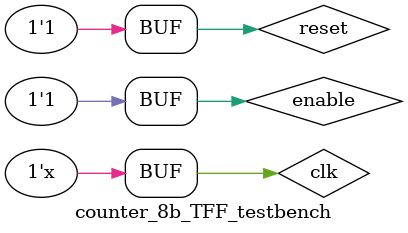
<source format=v>
`timescale 1ns / 1ps

module counter_8b_TFF_testbench();

    reg clk;
    reg reset;
    reg enable;
    wire [7:0] out;

    CounterTFF dut(clk,reset,enable,out);
    
    always #5 clk = !clk;
    
    initial begin
        clk <= 1;
        reset <= 1;
        enable <= 0;
        #200
        reset <= 0;
        enable <= 1;
        #200
        enable <= 0;
        #200
        enable <= 1;
        #200
        reset <= 1;
    end
    
endmodule


</source>
